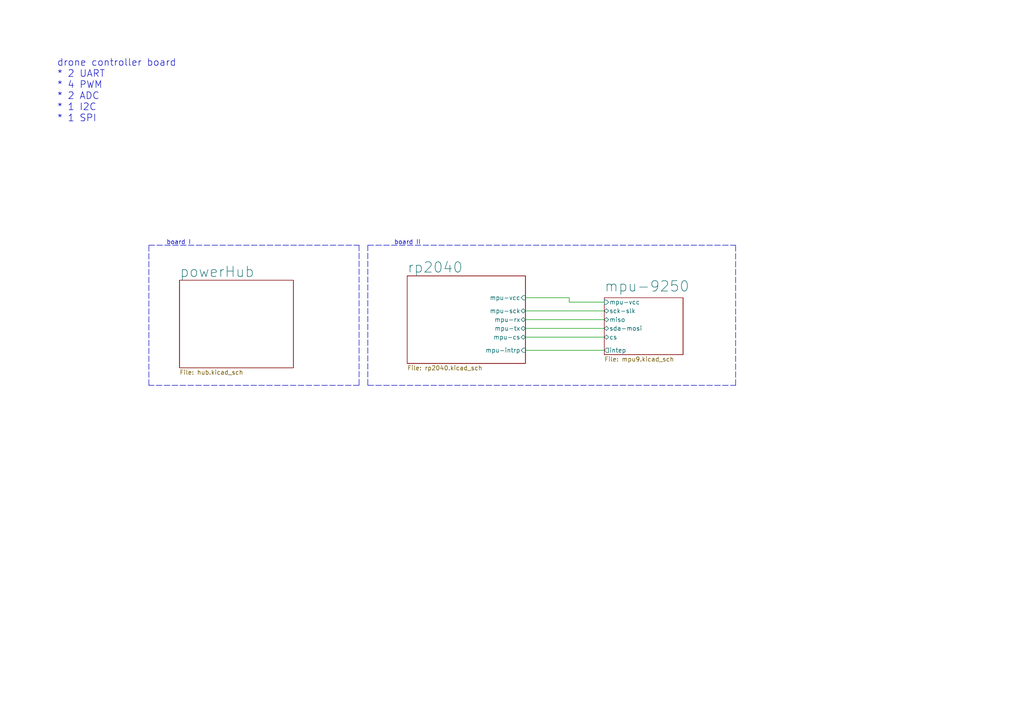
<source format=kicad_sch>
(kicad_sch (version 20211123) (generator eeschema)

  (uuid 03459211-3802-4f1c-98c7-221b5824a792)

  (paper "A4")

  (lib_symbols
  )


  (polyline (pts (xy 106.68 71.12) (xy 106.68 111.76))
    (stroke (width 0) (type default) (color 0 0 0 0))
    (uuid 18255a84-e0c2-4ef1-82cd-c4fe673c8b41)
  )
  (polyline (pts (xy 43.18 71.12) (xy 104.14 71.12))
    (stroke (width 0) (type default) (color 0 0 0 0))
    (uuid 28ce74fc-4f94-4545-9b61-f7bbc004e721)
  )

  (wire (pts (xy 165.1 87.63) (xy 175.26 87.63))
    (stroke (width 0) (type default) (color 0 0 0 0))
    (uuid 28ec0e59-d4ca-45f8-a9af-8827e2f76eaa)
  )
  (polyline (pts (xy 104.14 111.76) (xy 43.18 111.76))
    (stroke (width 0) (type default) (color 0 0 0 0))
    (uuid 3038f2bb-d425-4e82-997a-810cf9329252)
  )
  (polyline (pts (xy 104.14 71.12) (xy 104.14 111.76))
    (stroke (width 0) (type default) (color 0 0 0 0))
    (uuid 6ad75043-743a-42ce-8aff-a2d1a124014f)
  )

  (wire (pts (xy 152.4 95.25) (xy 175.26 95.25))
    (stroke (width 0) (type default) (color 0 0 0 0))
    (uuid 861550ed-74b5-4bcc-a839-c3fde8cb7101)
  )
  (wire (pts (xy 152.4 86.36) (xy 165.1 86.36))
    (stroke (width 0) (type default) (color 0 0 0 0))
    (uuid 883f0345-460e-4fa4-963f-d31c092c587a)
  )
  (wire (pts (xy 165.1 86.36) (xy 165.1 87.63))
    (stroke (width 0) (type default) (color 0 0 0 0))
    (uuid 8da6b7fd-24e0-4a28-9a98-4416ed25ce5c)
  )
  (polyline (pts (xy 43.18 111.76) (xy 43.18 71.12))
    (stroke (width 0) (type default) (color 0 0 0 0))
    (uuid b72fc1c0-303e-437a-826b-bc6d026c12ff)
  )
  (polyline (pts (xy 106.68 111.76) (xy 213.36 111.76))
    (stroke (width 0) (type default) (color 0 0 0 0))
    (uuid b8eefaa5-4627-48b0-b269-b575644d3cc3)
  )
  (polyline (pts (xy 213.36 111.76) (xy 213.36 71.12))
    (stroke (width 0) (type default) (color 0 0 0 0))
    (uuid c21c09b2-cb5d-4437-a864-4de4b0e2078e)
  )

  (wire (pts (xy 152.4 97.79) (xy 175.26 97.79))
    (stroke (width 0) (type default) (color 0 0 0 0))
    (uuid c42b3488-daba-43ba-adfc-5526d7679f29)
  )
  (wire (pts (xy 152.4 101.6) (xy 175.26 101.6))
    (stroke (width 0) (type default) (color 0 0 0 0))
    (uuid c8e7dd45-235b-4d92-bdc2-1ca4fd551665)
  )
  (polyline (pts (xy 106.68 71.12) (xy 213.36 71.12))
    (stroke (width 0) (type default) (color 0 0 0 0))
    (uuid cd0dca82-e61b-4d74-9fc5-924eca963365)
  )

  (wire (pts (xy 152.4 92.71) (xy 175.26 92.71))
    (stroke (width 0) (type default) (color 0 0 0 0))
    (uuid d421fc6f-8a97-43c6-9359-bf7b2cc0b5a2)
  )
  (wire (pts (xy 152.4 90.17) (xy 175.26 90.17))
    (stroke (width 0) (type default) (color 0 0 0 0))
    (uuid e807d5da-a9dc-48f7-936c-b846ff04ffe9)
  )

  (text "board I" (at 48.26 71.12 0)
    (effects (font (size 1.27 1.27)) (justify left bottom))
    (uuid 2ed24930-a9e5-4086-b46a-a2ba2e192943)
  )
  (text "drone controller board\n* 2 UART\n* 4 PWM\n* 2 ADC\n* 1 I2C\n* 1 SPI\n"
    (at 16.51 35.56 0)
    (effects (font (size 2 2)) (justify left bottom))
    (uuid 52d90127-da7b-4d1e-bd6d-4f300292db67)
  )
  (text "board II" (at 114.3 71.12 0)
    (effects (font (size 1.27 1.27)) (justify left bottom))
    (uuid 9ba08315-0fcc-4b39-ad04-412a246cf4bd)
  )

  (sheet (at 175.26 86.36) (size 22.86 16.51) (fields_autoplaced)
    (stroke (width 0.1524) (type solid) (color 0 0 0 0))
    (fill (color 0 0 0 0.0000))
    (uuid 30b46240-7181-4aba-ad01-301af44248ef)
    (property "Sheet name" "mpu-9250" (id 0) (at 175.26 84.7834 0)
      (effects (font (size 3 3)) (justify left bottom))
    )
    (property "Sheet file" "mpu9.kicad_sch" (id 1) (at 175.26 103.4546 0)
      (effects (font (size 1.27 1.27)) (justify left top))
    )
    (pin "sck-slk" bidirectional (at 175.26 90.17 180)
      (effects (font (size 1.27 1.27)) (justify left))
      (uuid fd8ae0d0-fbf4-46f8-884d-2cedeb7a6e9f)
    )
    (pin "sda-mosi" bidirectional (at 175.26 95.25 180)
      (effects (font (size 1.27 1.27)) (justify left))
      (uuid 5ba3404b-f885-4b5f-bdce-74fd3e72d397)
    )
    (pin "miso" bidirectional (at 175.26 92.71 180)
      (effects (font (size 1.27 1.27)) (justify left))
      (uuid 15d7bda0-986c-44cb-860e-03d11f108bbe)
    )
    (pin "cs" bidirectional (at 175.26 97.79 180)
      (effects (font (size 1.27 1.27)) (justify left))
      (uuid 1735a81b-145c-48f9-a181-fb32462a7ba4)
    )
    (pin "intep" output (at 175.26 101.6 180)
      (effects (font (size 1.27 1.27)) (justify left))
      (uuid 40ce146c-a81e-45b7-93b9-8cc1759505e0)
    )
    (pin "mpu-vcc" input (at 175.26 87.63 180)
      (effects (font (size 1.27 1.27)) (justify left))
      (uuid f513c372-6609-4893-82a0-9d7efdc5732f)
    )
  )

  (sheet (at 52.07 81.28) (size 33.02 25.4) (fields_autoplaced)
    (stroke (width 0.1524) (type solid) (color 0 0 0 0))
    (fill (color 0 0 0 0.0000))
    (uuid 506a60aa-654a-49b5-8f7e-1bc3d90798af)
    (property "Sheet name" "powerHub" (id 0) (at 52.07 80.5684 0)
      (effects (font (size 3 3)) (justify left bottom))
    )
    (property "Sheet file" "hub.kicad_sch" (id 1) (at 52.07 107.2646 0)
      (effects (font (size 1.27 1.27)) (justify left top))
    )
  )

  (sheet (at 118.11 80.01) (size 34.29 25.4) (fields_autoplaced)
    (stroke (width 0.1524) (type solid) (color 0 0 0 0))
    (fill (color 0 0 0 0.0000))
    (uuid ace55969-87b5-4247-8fc3-bfccd3bb2713)
    (property "Sheet name" "rp2040" (id 0) (at 118.11 79.2984 0)
      (effects (font (size 3 3)) (justify left bottom))
    )
    (property "Sheet file" "rp2040.kicad_sch" (id 1) (at 118.11 105.9946 0)
      (effects (font (size 1.27 1.27)) (justify left top))
    )
    (pin "mpu-sck" bidirectional (at 152.4 90.17 0)
      (effects (font (size 1.27 1.27)) (justify right))
      (uuid fee7aa73-540a-42fd-8fa1-769a3bdec607)
    )
    (pin "mpu-cs" bidirectional (at 152.4 97.79 0)
      (effects (font (size 1.27 1.27)) (justify right))
      (uuid 762b7c99-bf2e-4d4e-8441-b5c234f6873a)
    )
    (pin "mpu-rx" bidirectional (at 152.4 92.71 0)
      (effects (font (size 1.27 1.27)) (justify right))
      (uuid bd1e75da-f516-4313-aeb3-78d0e7b8469e)
    )
    (pin "mpu-tx" bidirectional (at 152.4 95.25 0)
      (effects (font (size 1.27 1.27)) (justify right))
      (uuid 238545bd-9938-4107-95f6-2b2935905c86)
    )
    (pin "mpu-intrp" input (at 152.4 101.6 0)
      (effects (font (size 1.27 1.27)) (justify right))
      (uuid 4a4dd67f-abdb-4535-94c2-bfdeeac5ec84)
    )
    (pin "mpu-vcc" input (at 152.4 86.36 0)
      (effects (font (size 1.27 1.27)) (justify right))
      (uuid 99e94a65-19ab-495c-aab5-d1d1a044156c)
    )
  )

  (sheet_instances
    (path "/" (page "1"))
    (path "/506a60aa-654a-49b5-8f7e-1bc3d90798af" (page "2"))
    (path "/ace55969-87b5-4247-8fc3-bfccd3bb2713" (page "3"))
    (path "/30b46240-7181-4aba-ad01-301af44248ef" (page "4"))
  )

  (symbol_instances
    (path "/506a60aa-654a-49b5-8f7e-1bc3d90798af/900cc91f-993d-4fa2-911c-d7b6385124d9"
      (reference "#PWR01") (unit 1) (value "GND") (footprint "")
    )
    (path "/506a60aa-654a-49b5-8f7e-1bc3d90798af/cf5b6a0c-033f-45e4-96e3-62b84dd931af"
      (reference "#PWR02") (unit 1) (value "GND") (footprint "")
    )
    (path "/506a60aa-654a-49b5-8f7e-1bc3d90798af/16e6bfc9-6552-46cd-a33b-d53e673c1c16"
      (reference "#PWR05") (unit 1) (value "GND") (footprint "")
    )
    (path "/506a60aa-654a-49b5-8f7e-1bc3d90798af/8d701ef5-75e8-40e9-b27e-323ce64988ce"
      (reference "#PWR06") (unit 1) (value "GND") (footprint "")
    )
    (path "/506a60aa-654a-49b5-8f7e-1bc3d90798af/b78e6b44-60d5-4438-b000-1911219142d9"
      (reference "#PWR0101") (unit 1) (value "GND") (footprint "")
    )
    (path "/506a60aa-654a-49b5-8f7e-1bc3d90798af/d07b1b9f-c612-4e5a-a2b6-4f0f1adeac76"
      (reference "#PWR0102") (unit 1) (value "GND") (footprint "")
    )
    (path "/ace55969-87b5-4247-8fc3-bfccd3bb2713/3d5332e7-1ecf-4c5b-930f-00cbdfb14761"
      (reference "#PWR0103") (unit 1) (value "GND") (footprint "")
    )
    (path "/ace55969-87b5-4247-8fc3-bfccd3bb2713/10484e56-dbe7-429e-ab4c-6b3c9a88305b"
      (reference "#PWR0104") (unit 1) (value "GND") (footprint "")
    )
    (path "/ace55969-87b5-4247-8fc3-bfccd3bb2713/53e1cedb-0161-4384-a9e1-69378da01056"
      (reference "#PWR0105") (unit 1) (value "GND") (footprint "")
    )
    (path "/ace55969-87b5-4247-8fc3-bfccd3bb2713/01fb7bc0-27f7-4218-b555-e6ea66ea0343"
      (reference "#PWR0106") (unit 1) (value "GND") (footprint "")
    )
    (path "/ace55969-87b5-4247-8fc3-bfccd3bb2713/a6ba8643-02ae-4ba6-8739-7707c33911a6"
      (reference "#PWR0107") (unit 1) (value "GND") (footprint "")
    )
    (path "/ace55969-87b5-4247-8fc3-bfccd3bb2713/9dc063dd-efcf-4d84-bd3f-9c48d379631d"
      (reference "#PWR0108") (unit 1) (value "GND") (footprint "")
    )
    (path "/ace55969-87b5-4247-8fc3-bfccd3bb2713/7133db4e-3b97-41c3-b6fb-198abeab924d"
      (reference "#PWR0109") (unit 1) (value "GND") (footprint "")
    )
    (path "/ace55969-87b5-4247-8fc3-bfccd3bb2713/ec48ea57-a0d6-4b93-a477-6a13e95e5054"
      (reference "#PWR0110") (unit 1) (value "GND") (footprint "")
    )
    (path "/ace55969-87b5-4247-8fc3-bfccd3bb2713/ce1f2955-6ce0-4725-bf62-e412ecf2e273"
      (reference "#PWR0111") (unit 1) (value "GND") (footprint "")
    )
    (path "/ace55969-87b5-4247-8fc3-bfccd3bb2713/a8b114b1-ddbb-49d7-9c15-76db3375fc5b"
      (reference "#PWR0112") (unit 1) (value "GND") (footprint "")
    )
    (path "/ace55969-87b5-4247-8fc3-bfccd3bb2713/a481c04c-f429-4667-8e6f-41efa8986b1d"
      (reference "#PWR0113") (unit 1) (value "GND") (footprint "")
    )
    (path "/ace55969-87b5-4247-8fc3-bfccd3bb2713/96d1b78d-c65f-4db9-8016-450f73867ef1"
      (reference "#PWR0114") (unit 1) (value "GND") (footprint "")
    )
    (path "/ace55969-87b5-4247-8fc3-bfccd3bb2713/1071d222-481b-488c-a650-0c21c747c1fb"
      (reference "#PWR0115") (unit 1) (value "GND") (footprint "")
    )
    (path "/ace55969-87b5-4247-8fc3-bfccd3bb2713/46916002-e5ff-4cac-b10c-ad65965d11cc"
      (reference "#PWR0116") (unit 1) (value "GND") (footprint "")
    )
    (path "/ace55969-87b5-4247-8fc3-bfccd3bb2713/203c5d32-231e-453a-8d6b-c372a842164c"
      (reference "#PWR0117") (unit 1) (value "GND") (footprint "")
    )
    (path "/ace55969-87b5-4247-8fc3-bfccd3bb2713/3a441246-45e0-4322-a316-c8e9127a66ba"
      (reference "#PWR0118") (unit 1) (value "GND") (footprint "")
    )
    (path "/ace55969-87b5-4247-8fc3-bfccd3bb2713/a7781f98-5e49-4731-9f53-397f8977487b"
      (reference "#PWR0119") (unit 1) (value "GND") (footprint "")
    )
    (path "/ace55969-87b5-4247-8fc3-bfccd3bb2713/9e08ab1c-8ab8-4d45-be33-0b5cbd97093c"
      (reference "#PWR0120") (unit 1) (value "GND") (footprint "")
    )
    (path "/ace55969-87b5-4247-8fc3-bfccd3bb2713/fa5a98f8-c712-4286-bf82-3c69fb9def3d"
      (reference "#PWR0121") (unit 1) (value "GND") (footprint "")
    )
    (path "/ace55969-87b5-4247-8fc3-bfccd3bb2713/982de06f-f3d4-4d0e-b05e-b8593431a089"
      (reference "#PWR0122") (unit 1) (value "GND") (footprint "")
    )
    (path "/ace55969-87b5-4247-8fc3-bfccd3bb2713/63e12ffd-492b-4f37-bd41-9642e059e217"
      (reference "#PWR0123") (unit 1) (value "GND") (footprint "")
    )
    (path "/30b46240-7181-4aba-ad01-301af44248ef/3b820ceb-ef89-4ea9-9256-f3359550c826"
      (reference "#PWR0124") (unit 1) (value "GND") (footprint "")
    )
    (path "/30b46240-7181-4aba-ad01-301af44248ef/fcdfd9dd-e7b0-4d4b-ac18-de9dadf2be8b"
      (reference "#PWR0125") (unit 1) (value "GND") (footprint "")
    )
    (path "/ace55969-87b5-4247-8fc3-bfccd3bb2713/38261083-2359-4832-a3f4-2b8d34ea387d"
      (reference "#PWR0126") (unit 1) (value "GND") (footprint "")
    )
    (path "/506a60aa-654a-49b5-8f7e-1bc3d90798af/b5a485d0-532c-4275-bfa5-2d924243213f"
      (reference "B+4") (unit 1) (value "esc3") (footprint "TestPoint:TestPoint_Pad_3.0x3.0mm")
    )
    (path "/506a60aa-654a-49b5-8f7e-1bc3d90798af/adacde43-030b-4717-93b3-505e18e15576"
      (reference "C1") (unit 1) (value "0.1uf") (footprint "Capacitor_SMD:C_0603_1608Metric")
    )
    (path "/506a60aa-654a-49b5-8f7e-1bc3d90798af/73125e4a-c7a9-44ba-913e-b6368e953ede"
      (reference "C2") (unit 1) (value "100nf") (footprint "Capacitor_SMD:C_0603_1608Metric")
    )
    (path "/506a60aa-654a-49b5-8f7e-1bc3d90798af/4d8d79ce-8829-436a-9901-73c153b2777a"
      (reference "C3") (unit 1) (value "10uf") (footprint "Capacitor_SMD:C_1210_3225Metric")
    )
    (path "/506a60aa-654a-49b5-8f7e-1bc3d90798af/7eacbf29-74a1-4817-b44e-9a10725f3d82"
      (reference "C4") (unit 1) (value "10uf") (footprint "Capacitor_SMD:C_0603_1608Metric")
    )
    (path "/ace55969-87b5-4247-8fc3-bfccd3bb2713/a7f1266c-1e0d-44de-823c-983b49114af2"
      (reference "C5") (unit 1) (value "18pf") (footprint "Capacitor_SMD:C_0603_1608Metric")
    )
    (path "/ace55969-87b5-4247-8fc3-bfccd3bb2713/e6a13a3b-5a9d-4d54-b1ae-4b66f15c57ef"
      (reference "C6") (unit 1) (value "18pf") (footprint "Capacitor_SMD:C_0603_1608Metric")
    )
    (path "/ace55969-87b5-4247-8fc3-bfccd3bb2713/a24fc227-3839-4880-9731-079392f04134"
      (reference "C7") (unit 1) (value "100nf") (footprint "Capacitor_SMD:C_0603_1608Metric")
    )
    (path "/ace55969-87b5-4247-8fc3-bfccd3bb2713/42040b3c-fb81-409c-876b-75779aae1781"
      (reference "C8") (unit 1) (value "100nf") (footprint "Capacitor_SMD:C_0603_1608Metric")
    )
    (path "/ace55969-87b5-4247-8fc3-bfccd3bb2713/9a628f58-4f1d-460f-afe2-8b3a6924a7c7"
      (reference "C9") (unit 1) (value "100nf") (footprint "Capacitor_SMD:C_0603_1608Metric")
    )
    (path "/ace55969-87b5-4247-8fc3-bfccd3bb2713/5d7be5ec-90e9-4102-9940-bf6047258cc7"
      (reference "C10") (unit 1) (value "100nf") (footprint "Capacitor_SMD:C_0603_1608Metric")
    )
    (path "/ace55969-87b5-4247-8fc3-bfccd3bb2713/76a6301a-4c67-449e-b83a-1d43deea2975"
      (reference "C11") (unit 1) (value "100nf") (footprint "Capacitor_SMD:C_0603_1608Metric")
    )
    (path "/ace55969-87b5-4247-8fc3-bfccd3bb2713/3df052a3-e180-4923-a28f-59607f12ff2e"
      (reference "C12") (unit 1) (value "100nf") (footprint "Capacitor_SMD:C_0603_1608Metric")
    )
    (path "/ace55969-87b5-4247-8fc3-bfccd3bb2713/85c00020-07c1-43af-9e0e-92d6f7baefb8"
      (reference "C13") (unit 1) (value "100nf") (footprint "Capacitor_SMD:C_0603_1608Metric")
    )
    (path "/ace55969-87b5-4247-8fc3-bfccd3bb2713/31d40cc2-2ce9-4507-9830-163a79f90720"
      (reference "C14") (unit 1) (value "100nf") (footprint "Capacitor_SMD:C_0603_1608Metric")
    )
    (path "/ace55969-87b5-4247-8fc3-bfccd3bb2713/8ffd8b6b-a014-4516-8eef-cd35d1bdf214"
      (reference "C15") (unit 1) (value "100nf") (footprint "Capacitor_SMD:C_0603_1608Metric")
    )
    (path "/ace55969-87b5-4247-8fc3-bfccd3bb2713/47f4c525-4780-4a98-be90-f3c04bcafb75"
      (reference "C16") (unit 1) (value "100nf") (footprint "Capacitor_SMD:C_0603_1608Metric")
    )
    (path "/ace55969-87b5-4247-8fc3-bfccd3bb2713/80af81ce-2f6d-4299-8954-10e11089d3ff"
      (reference "C17") (unit 1) (value "100nf") (footprint "Capacitor_SMD:C_0603_1608Metric")
    )
    (path "/ace55969-87b5-4247-8fc3-bfccd3bb2713/b32b7490-560c-41d0-8d25-39ddf0a5ed49"
      (reference "C18") (unit 1) (value "100nf") (footprint "Capacitor_SMD:C_0603_1608Metric")
    )
    (path "/30b46240-7181-4aba-ad01-301af44248ef/5946671e-9979-4bc1-9c11-e07572ba59db"
      (reference "C19") (unit 1) (value "100nf") (footprint "Capacitor_SMD:C_0603_1608Metric")
    )
    (path "/30b46240-7181-4aba-ad01-301af44248ef/7cc6ddc2-9b5a-487a-862b-74cdeb12d9ba"
      (reference "C20") (unit 1) (value "0.1uf") (footprint "Capacitor_SMD:C_0603_1608Metric")
    )
    (path "/30b46240-7181-4aba-ad01-301af44248ef/826d95ff-9ec4-48bc-96e3-c113b05d5fa9"
      (reference "C21") (unit 1) (value "0.1uf") (footprint "Capacitor_SMD:C_0603_1608Metric")
    )
    (path "/506a60aa-654a-49b5-8f7e-1bc3d90798af/cfababc4-5637-469c-a941-62becb068524"
      (reference "C22") (unit 1) (value "0.1uf") (footprint "Capacitor_SMD:C_0603_1608Metric")
    )
    (path "/506a60aa-654a-49b5-8f7e-1bc3d90798af/d5e3d7a5-162a-4bdb-b697-f2fac8ac68c8"
      (reference "G1") (unit 1) (value "esc1") (footprint "TestPoint:TestPoint_Pad_3.0x3.0mm")
    )
    (path "/506a60aa-654a-49b5-8f7e-1bc3d90798af/d6d2f5e9-e5a1-42f2-a8d8-d004e2f9d631"
      (reference "G2") (unit 1) (value "esc2") (footprint "TestPoint:TestPoint_Pad_3.0x3.0mm")
    )
    (path "/506a60aa-654a-49b5-8f7e-1bc3d90798af/df3cb7c0-b2c7-46ca-bed8-1a1f0ff2111e"
      (reference "G3") (unit 1) (value "esc3") (footprint "TestPoint:TestPoint_Pad_3.0x3.0mm")
    )
    (path "/506a60aa-654a-49b5-8f7e-1bc3d90798af/e1896e57-0ac1-4f50-bcb4-81fdcd4ade40"
      (reference "G4") (unit 1) (value "esc4") (footprint "TestPoint:TestPoint_Pad_3.0x3.0mm")
    )
    (path "/506a60aa-654a-49b5-8f7e-1bc3d90798af/e50ae9d5-fe51-4db1-bb85-351d6d94f959"
      (reference "J1") (unit 1) (value "G") (footprint "TestPoint:TestPoint_Pad_D2.5mm")
    )
    (path "/506a60aa-654a-49b5-8f7e-1bc3d90798af/ef54ee5a-c6ee-4dea-80ee-9c5f6ed7789b"
      (reference "J2") (unit 1) (value "Con") (footprint "KiCad:pwrdisv1")
    )
    (path "/506a60aa-654a-49b5-8f7e-1bc3d90798af/5b43f0e3-9711-4f09-997d-67a6cb57f4a8"
      (reference "J3") (unit 1) (value "b+") (footprint "TestPoint:TestPoint_Pad_D2.5mm")
    )
    (path "/ace55969-87b5-4247-8fc3-bfccd3bb2713/ed4794b2-ded0-4935-ba89-976636a76e48"
      (reference "J4") (unit 1) (value "boot") (footprint "Connector_PinHeader_1.00mm:PinHeader_1x02_P1.00mm_Horizontal")
    )
    (path "/ace55969-87b5-4247-8fc3-bfccd3bb2713/9d106b1c-9853-4ed6-9d1d-97b0e7bd9d90"
      (reference "J5") (unit 1) (value "918-468K2029E50000") (footprint "KiCad:918468K2029E50000")
    )
    (path "/ace55969-87b5-4247-8fc3-bfccd3bb2713/9f4294d2-ebc1-469b-9dbd-c9bdf32661ac"
      (reference "J6") (unit 1) (value "main") (footprint "KiCad:controllerV2")
    )
    (path "/ace55969-87b5-4247-8fc3-bfccd3bb2713/a49898ab-ba66-4aec-85e0-e51e2d8b9ee8"
      (reference "J7") (unit 1) (value "ADC2") (footprint "Connector_PinHeader_1.27mm:PinHeader_1x02_P1.27mm_Vertical")
    )
    (path "/ace55969-87b5-4247-8fc3-bfccd3bb2713/6aa0f548-2d22-4fb6-a8d6-3317cd297c64"
      (reference "J8") (unit 1) (value "ADC3") (footprint "Connector_PinHeader_1.27mm:PinHeader_1x02_P1.27mm_Vertical")
    )
    (path "/ace55969-87b5-4247-8fc3-bfccd3bb2713/201ca942-b70d-4de6-9b61-040f4c860872"
      (reference "J9") (unit 1) (value "uart1") (footprint "Connector_PinHeader_1.27mm:PinHeader_1x03_P1.27mm_Vertical")
    )
    (path "/ace55969-87b5-4247-8fc3-bfccd3bb2713/8517f789-c6f8-4832-93c5-af33ee270d13"
      (reference "J10") (unit 1) (value "uart2") (footprint "Connector_PinHeader_1.27mm:PinHeader_1x03_P1.27mm_Vertical")
    )
    (path "/ace55969-87b5-4247-8fc3-bfccd3bb2713/0ef2b425-5b96-4f0e-9c61-d2483d9a18d8"
      (reference "J11") (unit 1) (value "I2C") (footprint "Connector_PinHeader_1.27mm:PinHeader_1x03_P1.27mm_Vertical")
    )
    (path "/ace55969-87b5-4247-8fc3-bfccd3bb2713/9bfc08aa-e9da-48da-9dba-b147ec4f0bb1"
      (reference "J12") (unit 1) (value "SPI") (footprint "Connector_PinHeader_1.27mm:PinHeader_1x05_P1.27mm_Vertical")
    )
    (path "/ace55969-87b5-4247-8fc3-bfccd3bb2713/968963cd-2e04-4d99-bece-12754b4875a2"
      (reference "J13") (unit 1) (value "PWM1") (footprint "Connector_PinHeader_2.54mm:PinHeader_1x03_P2.54mm_Horizontal")
    )
    (path "/ace55969-87b5-4247-8fc3-bfccd3bb2713/f9e4113a-3f03-403c-9335-151ef6a0f61d"
      (reference "J14") (unit 1) (value "PWM2") (footprint "Connector_PinHeader_2.54mm:PinHeader_1x03_P2.54mm_Horizontal")
    )
    (path "/ace55969-87b5-4247-8fc3-bfccd3bb2713/1202cb54-f33b-4c58-bd6a-49c928ef769a"
      (reference "J15") (unit 1) (value "PWM3") (footprint "Connector_PinHeader_2.54mm:PinHeader_1x03_P2.54mm_Horizontal")
    )
    (path "/ace55969-87b5-4247-8fc3-bfccd3bb2713/8074f6e9-b310-4f93-b0b3-f45b6146c738"
      (reference "J16") (unit 1) (value "PWM4") (footprint "Connector_PinHeader_2.54mm:PinHeader_1x03_P2.54mm_Horizontal")
    )
    (path "/506a60aa-654a-49b5-8f7e-1bc3d90798af/1ffa242b-ee9a-43d5-95e1-dd21fd1d9d10"
      (reference "L1") (unit 1) (value "4.7uh") (footprint "KiCad:LQH5BPB100MT0L")
    )
    (path "/506a60aa-654a-49b5-8f7e-1bc3d90798af/f2a33a11-3b1e-4ecd-91eb-a530604790bd"
      (reference "R1") (unit 1) (value "1k") (footprint "Resistor_SMD:R_0603_1608Metric")
    )
    (path "/506a60aa-654a-49b5-8f7e-1bc3d90798af/f77ef44d-db16-481d-b496-00bdd1746651"
      (reference "R2") (unit 1) (value "0m50") (footprint "Resistor_SMD:R_2512_6332Metric")
    )
    (path "/506a60aa-654a-49b5-8f7e-1bc3d90798af/a353623a-7947-406a-8e7b-5647412f7804"
      (reference "R3") (unit 1) (value "20k") (footprint "Resistor_SMD:R_0603_1608Metric")
    )
    (path "/506a60aa-654a-49b5-8f7e-1bc3d90798af/435a2ac2-159c-4882-ac89-073ed59c6235"
      (reference "R4") (unit 1) (value "4.5k") (footprint "Resistor_SMD:R_0603_1608Metric")
    )
    (path "/506a60aa-654a-49b5-8f7e-1bc3d90798af/2b067847-0056-4190-93e0-3936d4919c79"
      (reference "R5") (unit 1) (value "100k") (footprint "Resistor_SMD:R_0603_1608Metric")
    )
    (path "/ace55969-87b5-4247-8fc3-bfccd3bb2713/de92bcd6-d832-410e-9238-127f36b501ba"
      (reference "R6") (unit 1) (value "R") (footprint "Resistor_SMD:R_0603_1608Metric")
    )
    (path "/ace55969-87b5-4247-8fc3-bfccd3bb2713/c37bd964-754f-4c28-8ca9-13684a5829f8"
      (reference "R7") (unit 1) (value "R") (footprint "Resistor_SMD:R_0603_1608Metric")
    )
    (path "/ace55969-87b5-4247-8fc3-bfccd3bb2713/73150470-1118-409b-8b94-68b89dbc283b"
      (reference "R8") (unit 1) (value "R") (footprint "Resistor_SMD:R_0603_1608Metric")
    )
    (path "/ace55969-87b5-4247-8fc3-bfccd3bb2713/e8478899-9211-42a3-9819-133ba922e2de"
      (reference "R9") (unit 1) (value "R") (footprint "Resistor_SMD:R_0603_1608Metric")
    )
    (path "/ace55969-87b5-4247-8fc3-bfccd3bb2713/a3bd14ce-40a5-46ce-bcd2-4740d720373b"
      (reference "R10") (unit 1) (value "R") (footprint "Resistor_SMD:R_0603_1608Metric")
    )
    (path "/ace55969-87b5-4247-8fc3-bfccd3bb2713/89baf35c-f77e-4ea5-83f8-50b7e4cb4638"
      (reference "R11") (unit 1) (value "R") (footprint "Resistor_SMD:R_0603_1608Metric")
    )
    (path "/ace55969-87b5-4247-8fc3-bfccd3bb2713/a4661c38-52ae-4442-8f55-a499c3214a13"
      (reference "R12") (unit 1) (value "20k") (footprint "Resistor_SMD:R_0603_1608Metric")
    )
    (path "/ace55969-87b5-4247-8fc3-bfccd3bb2713/c3725f61-5de0-44d7-811b-c7ef4d865c89"
      (reference "R13") (unit 1) (value "5k") (footprint "Resistor_SMD:R_0603_1608Metric")
    )
    (path "/30b46240-7181-4aba-ad01-301af44248ef/1de14544-c147-44e5-bc38-721730d0d755"
      (reference "R14") (unit 1) (value "R") (footprint "Resistor_SMD:R_0603_1608Metric")
    )
    (path "/30b46240-7181-4aba-ad01-301af44248ef/6e0563f9-e173-4406-a295-7e19c0240d75"
      (reference "R15") (unit 1) (value "R") (footprint "Resistor_SMD:R_0603_1608Metric")
    )
    (path "/30b46240-7181-4aba-ad01-301af44248ef/9ebcc5f3-5688-4e6a-a9f5-e4e6f5c510d2"
      (reference "R16") (unit 1) (value "R") (footprint "Resistor_SMD:R_0603_1608Metric")
    )
    (path "/ace55969-87b5-4247-8fc3-bfccd3bb2713/81447900-41cb-4422-8e30-ccb141c114b9"
      (reference "SW1") (unit 1) (value "reset") (footprint "Button_Switch_SMD:SW_SPST_B3U-1000P")
    )
    (path "/506a60aa-654a-49b5-8f7e-1bc3d90798af/28c5c675-e398-4bf3-97c3-aa0f7bbba0e7"
      (reference "U1") (unit 1) (value "INA139") (footprint "Package_TO_SOT_SMD:SOT-23-5")
    )
    (path "/506a60aa-654a-49b5-8f7e-1bc3d90798af/e21ce544-78a2-4dd3-a9be-b3bdd7d2edc4"
      (reference "U2") (unit 1) (value "ZTP7192YH") (footprint "Package_TO_SOT_SMD:TSOT-23-6")
    )
    (path "/ace55969-87b5-4247-8fc3-bfccd3bb2713/44f5d4de-9b8a-4b5f-95f7-1819c6856013"
      (reference "U3") (unit 1) (value "W25Q128JVS") (footprint "Package_SO:SOIC-8_5.23x5.23mm_P1.27mm")
    )
    (path "/ace55969-87b5-4247-8fc3-bfccd3bb2713/804c78a3-40aa-4a8e-81c8-13a6724fca2a"
      (reference "U4") (unit 1) (value "RP2040") (footprint "KiCad:RP2040-QFN-56")
    )
    (path "/30b46240-7181-4aba-ad01-301af44248ef/7f7adf1c-d1df-477c-89da-9b227ae8e652"
      (reference "U5") (unit 1) (value "MPU-9250") (footprint "Sensor_Motion:InvenSense_QFN-24_3x3mm_P0.4mm")
    )
    (path "/ace55969-87b5-4247-8fc3-bfccd3bb2713/de825403-9164-4535-aabf-7323c117f831"
      (reference "Y1") (unit 1) (value "Crystal_GND24") (footprint "Crystal:Crystal_SMD_3225-4Pin_3.2x2.5mm")
    )
    (path "/506a60aa-654a-49b5-8f7e-1bc3d90798af/346f85be-3fb4-4c3e-8af7-f16ea408706a"
      (reference "b+1") (unit 1) (value "esc1") (footprint "TestPoint:TestPoint_Pad_3.0x3.0mm")
    )
    (path "/506a60aa-654a-49b5-8f7e-1bc3d90798af/f31f9e20-e570-4fb7-a1ad-45b800f8aa38"
      (reference "b+2") (unit 1) (value "esc2") (footprint "TestPoint:TestPoint_Pad_3.0x3.0mm")
    )
    (path "/506a60aa-654a-49b5-8f7e-1bc3d90798af/21828eab-3150-4608-bd21-83b09d7bb07a"
      (reference "b+3") (unit 1) (value "esc4") (footprint "TestPoint:TestPoint_Pad_3.0x3.0mm")
    )
    (path "/ace55969-87b5-4247-8fc3-bfccd3bb2713/b31562ba-4dae-4067-a263-32676b04a628"
      (reference "clk1") (unit 1) (value "debug") (footprint "TestPoint:TestPoint_Pad_D1.0mm")
    )
    (path "/ace55969-87b5-4247-8fc3-bfccd3bb2713/314e47dd-d4cc-4a9e-b1fb-d07925974ffb"
      (reference "swd1") (unit 1) (value "debug") (footprint "TestPoint:TestPoint_Pad_D1.0mm")
    )
  )
)

</source>
